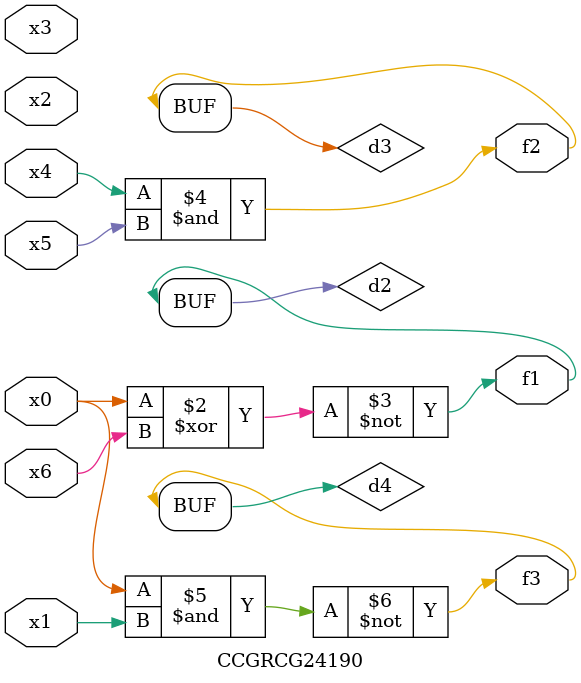
<source format=v>
module CCGRCG24190(
	input x0, x1, x2, x3, x4, x5, x6,
	output f1, f2, f3
);

	wire d1, d2, d3, d4;

	nor (d1, x0);
	xnor (d2, x0, x6);
	and (d3, x4, x5);
	nand (d4, x0, x1);
	assign f1 = d2;
	assign f2 = d3;
	assign f3 = d4;
endmodule

</source>
